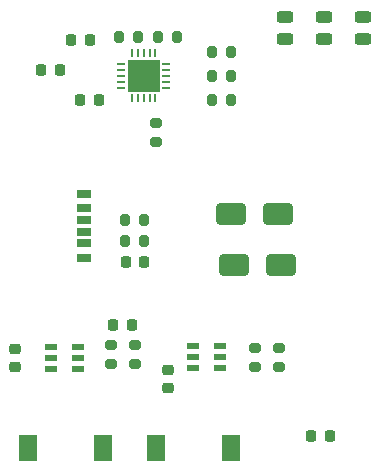
<source format=gbr>
%TF.GenerationSoftware,KiCad,Pcbnew,9.0.7*%
%TF.CreationDate,2026-01-27T16:03:40-08:00*%
%TF.ProjectId,charging-circuit,63686172-6769-46e6-972d-636972637569,rev?*%
%TF.SameCoordinates,Original*%
%TF.FileFunction,Paste,Top*%
%TF.FilePolarity,Positive*%
%FSLAX46Y46*%
G04 Gerber Fmt 4.6, Leading zero omitted, Abs format (unit mm)*
G04 Created by KiCad (PCBNEW 9.0.7) date 2026-01-27 16:03:40*
%MOMM*%
%LPD*%
G01*
G04 APERTURE LIST*
G04 Aperture macros list*
%AMRoundRect*
0 Rectangle with rounded corners*
0 $1 Rounding radius*
0 $2 $3 $4 $5 $6 $7 $8 $9 X,Y pos of 4 corners*
0 Add a 4 corners polygon primitive as box body*
4,1,4,$2,$3,$4,$5,$6,$7,$8,$9,$2,$3,0*
0 Add four circle primitives for the rounded corners*
1,1,$1+$1,$2,$3*
1,1,$1+$1,$4,$5*
1,1,$1+$1,$6,$7*
1,1,$1+$1,$8,$9*
0 Add four rect primitives between the rounded corners*
20,1,$1+$1,$2,$3,$4,$5,0*
20,1,$1+$1,$4,$5,$6,$7,0*
20,1,$1+$1,$6,$7,$8,$9,0*
20,1,$1+$1,$8,$9,$2,$3,0*%
G04 Aperture macros list end*
%ADD10RoundRect,0.225000X0.225000X0.250000X-0.225000X0.250000X-0.225000X-0.250000X0.225000X-0.250000X0*%
%ADD11R,1.600000X2.200000*%
%ADD12RoundRect,0.200000X-0.275000X0.200000X-0.275000X-0.200000X0.275000X-0.200000X0.275000X0.200000X0*%
%ADD13RoundRect,0.200000X-0.200000X-0.275000X0.200000X-0.275000X0.200000X0.275000X-0.200000X0.275000X0*%
%ADD14RoundRect,0.200000X0.200000X0.275000X-0.200000X0.275000X-0.200000X-0.275000X0.200000X-0.275000X0*%
%ADD15RoundRect,0.225000X-0.250000X0.225000X-0.250000X-0.225000X0.250000X-0.225000X0.250000X0.225000X0*%
%ADD16R,1.200000X0.700000*%
%ADD17R,1.200000X0.800000*%
%ADD18R,1.070000X0.530000*%
%ADD19RoundRect,0.225000X-0.225000X-0.250000X0.225000X-0.250000X0.225000X0.250000X-0.225000X0.250000X0*%
%ADD20RoundRect,0.250000X-1.000000X-0.650000X1.000000X-0.650000X1.000000X0.650000X-1.000000X0.650000X0*%
%ADD21RoundRect,0.242500X0.457500X-0.242500X0.457500X0.242500X-0.457500X0.242500X-0.457500X-0.242500X0*%
%ADD22R,0.280000X0.660000*%
%ADD23R,0.660000X0.280000*%
%ADD24R,2.700000X2.700000*%
%ADD25RoundRect,0.200000X0.275000X-0.200000X0.275000X0.200000X-0.275000X0.200000X-0.275000X-0.200000X0*%
G04 APERTURE END LIST*
D10*
%TO.C,C3*%
X57930000Y-83566000D03*
X56370000Y-83566000D03*
%TD*%
D11*
%TO.C,L1*%
X59944000Y-93980000D03*
X66344000Y-93980000D03*
%TD*%
D12*
%TO.C,R8*%
X58166000Y-85286000D03*
X58166000Y-86926000D03*
%TD*%
D13*
%TO.C,RPROG3*%
X60140000Y-59182000D03*
X61780000Y-59182000D03*
%TD*%
D14*
%TO.C,R6*%
X66352000Y-62484000D03*
X64712000Y-62484000D03*
%TD*%
%TO.C,R7*%
X66352000Y-60452000D03*
X64712000Y-60452000D03*
%TD*%
D13*
%TO.C,R2*%
X57356500Y-76454000D03*
X58996500Y-76454000D03*
%TD*%
D15*
%TO.C,C7*%
X60960000Y-87358000D03*
X60960000Y-88918000D03*
%TD*%
D13*
%TO.C,R1*%
X57356500Y-74676000D03*
X58996500Y-74676000D03*
%TD*%
D16*
%TO.C,J1*%
X53848000Y-74684000D03*
X53848000Y-76684000D03*
D17*
X53848000Y-77884000D03*
D16*
X53848000Y-75684000D03*
X53848000Y-73684000D03*
D17*
X53848000Y-72484000D03*
%TD*%
D12*
%TO.C,R5*%
X59944000Y-66490000D03*
X59944000Y-68130000D03*
%TD*%
D18*
%TO.C,U2*%
X65412000Y-87244000D03*
X65412000Y-86294000D03*
X65412000Y-85344000D03*
X63112000Y-85344000D03*
X63112000Y-86294000D03*
X63112000Y-87244000D03*
%TD*%
D10*
%TO.C,C2*%
X51834000Y-61976000D03*
X50274000Y-61976000D03*
%TD*%
D19*
%TO.C,C4*%
X73134000Y-92964000D03*
X74694000Y-92964000D03*
%TD*%
D20*
%TO.C,D5*%
X66580000Y-78486000D03*
X70580000Y-78486000D03*
%TD*%
D18*
%TO.C,U3*%
X53354000Y-87310000D03*
X53354000Y-86360000D03*
X53354000Y-85410000D03*
X51054000Y-85410000D03*
X51054000Y-86360000D03*
X51054000Y-87310000D03*
%TD*%
D12*
%TO.C,R3*%
X68326000Y-85540000D03*
X68326000Y-87180000D03*
%TD*%
D21*
%TO.C,D1*%
X70866000Y-59360000D03*
X70866000Y-57480000D03*
%TD*%
D13*
%TO.C,RPROG1*%
X56838000Y-59182000D03*
X58478000Y-59182000D03*
%TD*%
D21*
%TO.C,D2*%
X77470000Y-59360000D03*
X77470000Y-57480000D03*
%TD*%
D14*
%TO.C,R11*%
X66352000Y-64516000D03*
X64712000Y-64516000D03*
%TD*%
D19*
%TO.C,C1*%
X52814000Y-59436000D03*
X54374000Y-59436000D03*
%TD*%
D11*
%TO.C,L2*%
X49124000Y-93980000D03*
X55524000Y-93980000D03*
%TD*%
D19*
%TO.C,C6*%
X53576000Y-64516000D03*
X55136000Y-64516000D03*
%TD*%
D21*
%TO.C,D3*%
X74168000Y-59360000D03*
X74168000Y-57480000D03*
%TD*%
D10*
%TO.C,C8*%
X58956500Y-78232000D03*
X57396500Y-78232000D03*
%TD*%
D22*
%TO.C,U4*%
X57928000Y-64394000D03*
X58428000Y-64394000D03*
X58928000Y-64394000D03*
X59428000Y-64394000D03*
X59928000Y-64394000D03*
D23*
X60838000Y-63484000D03*
X60838000Y-62984000D03*
X60838000Y-62484000D03*
X60838000Y-61984000D03*
X60838000Y-61484000D03*
D22*
X59928000Y-60574000D03*
X59428000Y-60574000D03*
X58928000Y-60574000D03*
X58428000Y-60574000D03*
X57928000Y-60574000D03*
D23*
X57018000Y-61484000D03*
X57018000Y-61984000D03*
X57018000Y-62484000D03*
X57018000Y-62984000D03*
X57018000Y-63484000D03*
D24*
X58928000Y-62484000D03*
%TD*%
D20*
%TO.C,D4*%
X66326000Y-74168000D03*
X70326000Y-74168000D03*
%TD*%
D15*
%TO.C,C5*%
X48006000Y-85580000D03*
X48006000Y-87140000D03*
%TD*%
D25*
%TO.C,R10*%
X70358000Y-87180000D03*
X70358000Y-85540000D03*
%TD*%
%TO.C,R9*%
X56134000Y-86926000D03*
X56134000Y-85286000D03*
%TD*%
M02*

</source>
